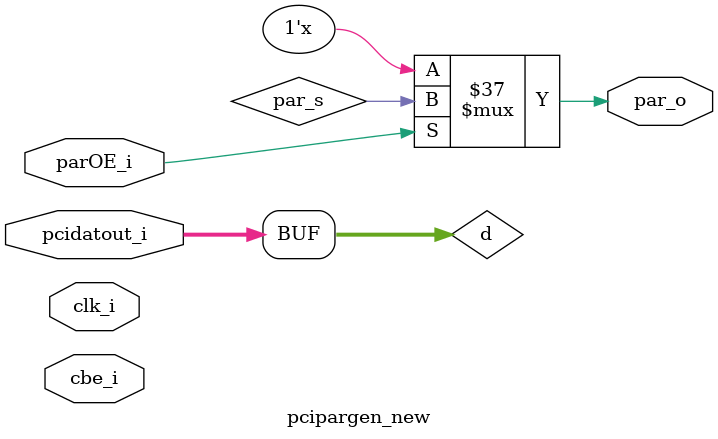
<source format=v>
module pcipargen_new (clk_i, pcidatout_i, cbe_i, parOE_i, par_o);
	input clk_i;
	input [31:0] pcidatout_i;
	input [3:0] cbe_i;
	input parOE_i;
	output par_o;
  	wire [31:0] d;
  	wire pardat;
  	wire parcbe;
  	wire par;
  	wire par_s;
	assign d = pcidatout_i;
	assign pardat = d[0]  ^ d[1]  ^ d[2]  ^ d[3]  ^ d[4]  ^ d[5]  ^ d[6]  ^ d[7]  ^ 
			   d[8]  ^ d[9]  ^ d[10] ^ d[11] ^ d[12] ^ d[13] ^ d[14] ^ d[15] ^ 
			   d[16] ^ d[17] ^ d[18] ^ d[19] ^ d[20] ^ d[21] ^ d[22] ^ d[23] ^ 
			   d[24] ^ d[25] ^ d[26] ^ d[27] ^ d[28] ^ d[29] ^ d[30] ^ d[31];
	assign parcbe = cbe_i[0] ^ cbe_i[1] ^ cbe_i[2] ^ cbe_i[3]; 
	assign par = pardat ^ parcbe;
	assign par_o = ( parOE_i == 1 ) ? par_s : 1'bZ;
endmodule
</source>
